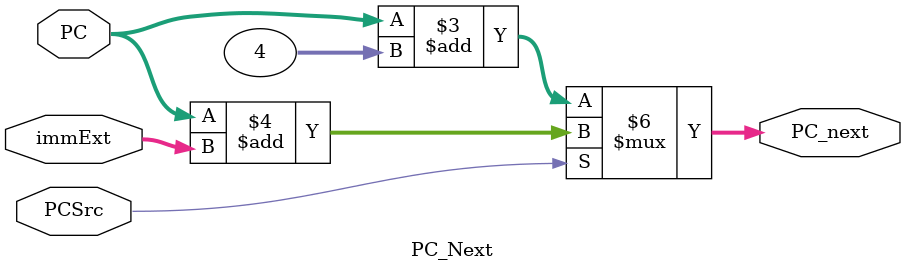
<source format=v>
module PC_Next (
    PCSrc,immExt,PC_next,PC
);
 input PCSrc;
 input [31:0]  immExt,PC;
 output [31:0] PC_next;
 always @(*) begin
    if (PCSrc==0) begin
        PC_next=PC+4;
    end else begin
        PC_next=PC+immExt;
    end
 end
endmodule
</source>
